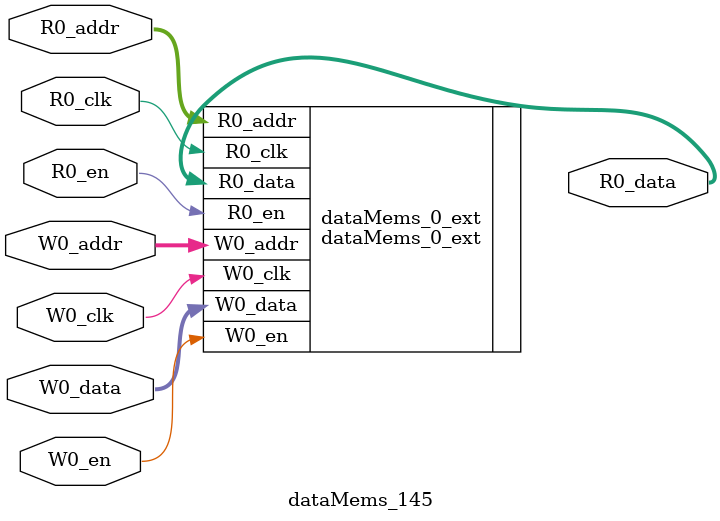
<source format=sv>
`ifndef RANDOMIZE
  `ifdef RANDOMIZE_REG_INIT
    `define RANDOMIZE
  `endif // RANDOMIZE_REG_INIT
`endif // not def RANDOMIZE
`ifndef RANDOMIZE
  `ifdef RANDOMIZE_MEM_INIT
    `define RANDOMIZE
  `endif // RANDOMIZE_MEM_INIT
`endif // not def RANDOMIZE

`ifndef RANDOM
  `define RANDOM $random
`endif // not def RANDOM

// Users can define 'PRINTF_COND' to add an extra gate to prints.
`ifndef PRINTF_COND_
  `ifdef PRINTF_COND
    `define PRINTF_COND_ (`PRINTF_COND)
  `else  // PRINTF_COND
    `define PRINTF_COND_ 1
  `endif // PRINTF_COND
`endif // not def PRINTF_COND_

// Users can define 'ASSERT_VERBOSE_COND' to add an extra gate to assert error printing.
`ifndef ASSERT_VERBOSE_COND_
  `ifdef ASSERT_VERBOSE_COND
    `define ASSERT_VERBOSE_COND_ (`ASSERT_VERBOSE_COND)
  `else  // ASSERT_VERBOSE_COND
    `define ASSERT_VERBOSE_COND_ 1
  `endif // ASSERT_VERBOSE_COND
`endif // not def ASSERT_VERBOSE_COND_

// Users can define 'STOP_COND' to add an extra gate to stop conditions.
`ifndef STOP_COND_
  `ifdef STOP_COND
    `define STOP_COND_ (`STOP_COND)
  `else  // STOP_COND
    `define STOP_COND_ 1
  `endif // STOP_COND
`endif // not def STOP_COND_

// Users can define INIT_RANDOM as general code that gets injected into the
// initializer block for modules with registers.
`ifndef INIT_RANDOM
  `define INIT_RANDOM
`endif // not def INIT_RANDOM

// If using random initialization, you can also define RANDOMIZE_DELAY to
// customize the delay used, otherwise 0.002 is used.
`ifndef RANDOMIZE_DELAY
  `define RANDOMIZE_DELAY 0.002
`endif // not def RANDOMIZE_DELAY

// Define INIT_RANDOM_PROLOG_ for use in our modules below.
`ifndef INIT_RANDOM_PROLOG_
  `ifdef RANDOMIZE
    `ifdef VERILATOR
      `define INIT_RANDOM_PROLOG_ `INIT_RANDOM
    `else  // VERILATOR
      `define INIT_RANDOM_PROLOG_ `INIT_RANDOM #`RANDOMIZE_DELAY begin end
    `endif // VERILATOR
  `else  // RANDOMIZE
    `define INIT_RANDOM_PROLOG_
  `endif // RANDOMIZE
`endif // not def INIT_RANDOM_PROLOG_

// Include register initializers in init blocks unless synthesis is set
`ifndef SYNTHESIS
  `ifndef ENABLE_INITIAL_REG_
    `define ENABLE_INITIAL_REG_
  `endif // not def ENABLE_INITIAL_REG_
`endif // not def SYNTHESIS

// Include rmemory initializers in init blocks unless synthesis is set
`ifndef SYNTHESIS
  `ifndef ENABLE_INITIAL_MEM_
    `define ENABLE_INITIAL_MEM_
  `endif // not def ENABLE_INITIAL_MEM_
`endif // not def SYNTHESIS

module dataMems_145(	// @[generators/ara/src/main/scala/UnsafeAXI4ToTL.scala:365:62]
  input  [4:0]  R0_addr,
  input         R0_en,
  input         R0_clk,
  output [66:0] R0_data,
  input  [4:0]  W0_addr,
  input         W0_en,
  input         W0_clk,
  input  [66:0] W0_data
);

  dataMems_0_ext dataMems_0_ext (	// @[generators/ara/src/main/scala/UnsafeAXI4ToTL.scala:365:62]
    .R0_addr (R0_addr),
    .R0_en   (R0_en),
    .R0_clk  (R0_clk),
    .R0_data (R0_data),
    .W0_addr (W0_addr),
    .W0_en   (W0_en),
    .W0_clk  (W0_clk),
    .W0_data (W0_data)
  );
endmodule


</source>
